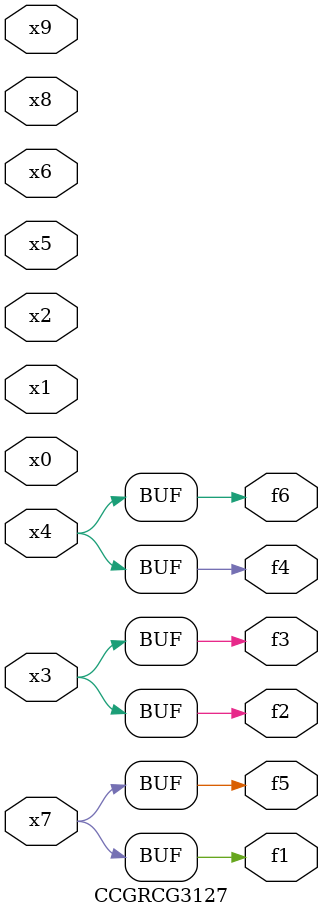
<source format=v>
module CCGRCG3127(
	input x0, x1, x2, x3, x4, x5, x6, x7, x8, x9,
	output f1, f2, f3, f4, f5, f6
);
	assign f1 = x7;
	assign f2 = x3;
	assign f3 = x3;
	assign f4 = x4;
	assign f5 = x7;
	assign f6 = x4;
endmodule

</source>
